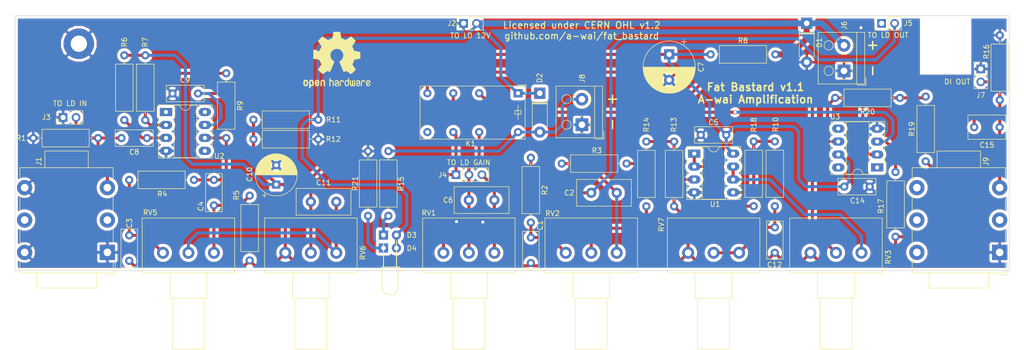
<source format=kicad_pcb>
(kicad_pcb (version 20171130) (host pcbnew 5.0.2+dfsg1-1)
  (layers (0 F.Cu signal) (31 B.Cu signal) (34 B.Paste user) (35 F.Paste user) (36 B.SilkS user) (37 F.SilkS user) (38 B.Mask user) (39 F.Mask user) (44 Edge.Cuts user))
  (net 0 "")
  (net 1 GNDS)
  (net 2 "Net-(C1-Pad2)")
  (net 3 "Net-(C2-Pad1)")
  (net 4 "Net-(C2-Pad2)")
  (net 5 "Net-(C3-Pad2)")
  (net 6 "Net-(C4-Pad2)")
  (net 7 "Net-(C4-Pad1)")
  (net 8 GND)
  (net 9 VCC)
  (net 10 /LD_SIG)
  (net 11 "Net-(C6-Pad2)")
  (net 12 "Net-(C8-Pad2)")
  (net 13 "Net-(C8-Pad1)")
  (net 14 "Net-(C12-Pad2)")
  (net 15 "Net-(C15-Pad1)")
  (net 16 "Net-(C15-Pad2)")
  (net 17 +12V)
  (net 18 "Net-(D2-Pad2)")
  (net 19 "Net-(D3-Pad1)")
  (net 20 /LD_GND)
  (net 21 "Net-(K1-Pad11)")
  (net 22 "Net-(R7-Pad1)")
  (net 23 "Net-(R13-Pad1)")
  (net 24 "Net-(R10-Pad1)")
  (net 25 "Net-(R14-Pad1)")
  (net 26 "Net-(D4-Pad1)")
  (net 27 "Net-(R19-Pad2)")
  (net 28 "Net-(RV3-Pad3)")
  (net 29 "Net-(R18-Pad1)")
  (net 30 "Net-(C11-Pad1)")
  (net 31 "Net-(C11-Pad2)")
  (net 32 "Net-(K1-Pad14)")
  (module Symbol:OSHW-Logo2_14.6x12mm_SilkScreen (layer F.Cu) (at 113.1062 68.707)
    (fp_text reference REF** hide)
    (fp_text value OSHW-Logo2_14.6x12mm_SilkScreen hide)
  )
  (module Diode_THT:D_DO-41_SOD81_P7.62mm_Horizontal (layer F.Cu) (at 152.908 75.2094 270)
    (fp_text reference D2 (at -2.9972 0.0254 270) (layer F.SilkS))
    (fp_text value 1N4007)
    (pad 2 thru_hole oval (at 7.62 0 270) (size 2.2 2.2) (drill 1.1) (layers *.Cu *.Mask) (net 18 "Net-(D2-Pad2)"))
    (pad 1 thru_hole rect (at 0 0 270) (size 2.2 2.2) (drill 1.1) (layers *.Cu *.Mask) (net 17 +12V))
  )
  (module Diode_THT:D_DO-41_SOD81_P7.62mm_Horizontal (layer F.Cu) (at 205.2574 61.4934 270)
    (fp_text reference D1 (at 3.81 -2.47 270) (layer F.SilkS))
    (fp_text value 1N4007)
    (pad 1 thru_hole rect (at 0 0 270) (size 2.2 2.2) (drill 1.1) (layers *.Cu *.Mask) (net 17 +12V))
    (pad 2 thru_hole oval (at 7.62 0 270) (size 2.2 2.2) (drill 1.1) (layers *.Cu *.Mask) (net 8 GND))
  )
  (module MountingHole:MountingHole_3.2mm_M3 (layer F.Cu) (at 232.5 65.5)
    (fp_text reference DRILL)
    (fp_text value MountingHole_3.2mm_M3)
    (pad "" np_thru_hole circle (at 0 0) (size 3.2 3.2) (drill 3.2) (layers *.Cu *.Mask) (clearance 2))
  )
  (module MountingHole:MountingHole_3.2mm_M3 (layer F.Cu) (at 62.5 65.5)
    (fp_text reference DRILL)
    (fp_text value MountingHole_3.2mm_M3)
    (pad "" thru_hole circle (at 0 0) (size 6 6) (drill 3.2) (layers *.Cu *.Mask) (net 8 GND) (clearance 2))
  )
  (module LED_THT:LED_D3.0mm_Horizontal_O3.81mm_Z2.0mm (layer F.Cu) (at 122.2502 105.5624)
    (fp_text reference D4 (at 5.5372 0.0508) (layer F.SilkS))
    (fp_text value PWR)
    (pad 2 thru_hole circle (at 2.54 0) (size 1.8 1.8) (drill 0.9) (layers *.Cu *.Mask) (net 17 +12V))
    (pad 1 thru_hole rect (at 0 0) (size 1.8 1.8) (drill 0.9) (layers *.Cu *.Mask) (net 26 "Net-(D4-Pad1)"))
  )
  (module Capacitor_THT:C_Rect_L7.2mm_W4.5mm_P5.00mm_FKS2_FKP2_MKS2_MKP2 (layer F.Cu) (at 243.1034 81.8642 180)
    (fp_text reference C15 (at 2.5 -3.5 180) (layer F.SilkS))
    (fp_text value 1µ)
    (pad 2 thru_hole circle (at 5 0 180) (size 1.6 1.6) (drill 0.8) (layers *.Cu *.Mask) (net 16 "Net-(C15-Pad2)"))
    (pad 1 thru_hole circle (at 0 0 180) (size 1.6 1.6) (drill 0.8) (layers *.Cu *.Mask) (net 15 "Net-(C15-Pad1)"))
  )
  (module Connector_PinHeader_2.54mm:PinHeader_1x02_P2.54mm_Vertical (layer F.Cu) (at 219.96 61.5 90)
    (fp_text reference J5 (at 0.032 5.211 -180) (layer F.SilkS))
    (fp_text value "TO LD OUT" (at -2.3048 1.274 -180) (layer F.SilkS))
    (pad 1 thru_hole rect (at 0 0 90) (size 1.7 1.7) (drill 1) (layers *.Cu *.Mask))
    (pad 2 thru_hole oval (at 0 2.54 90) (size 1.7 1.7) (drill 1) (layers *.Cu *.Mask) (net 3 "Net-(C2-Pad1)"))
  )
  (module Capacitor_THT:C_Rect_L7.2mm_W3.0mm_P5.00mm_FKS2_FKP2_MKS2_MKP2 (layer F.Cu) (at 151.1554 108.5088 90)
    (fp_text reference C1 (at 7.3914 1.8288 90) (layer F.SilkS))
    (fp_text value 1.5n)
    (pad 1 thru_hole circle (at 0 0 90) (size 1.6 1.6) (drill 0.8) (layers *.Cu *.Mask) (net 1 GNDS))
    (pad 2 thru_hole circle (at 5 0 90) (size 1.6 1.6) (drill 0.8) (layers *.Cu *.Mask) (net 2 "Net-(C1-Pad2)"))
  )
  (module Capacitor_THT:C_Rect_L7.2mm_W3.0mm_P5.00mm_FKS2_FKP2_MKS2_MKP2 (layer F.Cu) (at 72.39 108.077 90)
    (fp_text reference C3 (at 7.366 0.0254 90) (layer F.SilkS))
    (fp_text value 100n)
    (pad 1 thru_hole circle (at 0 0 90) (size 1.6 1.6) (drill 0.8) (layers *.Cu *.Mask) (net 1 GNDS))
    (pad 2 thru_hole circle (at 5 0 90) (size 1.6 1.6) (drill 0.8) (layers *.Cu *.Mask) (net 5 "Net-(C3-Pad2)"))
  )
  (module Capacitor_THT:C_Rect_L7.2mm_W3.0mm_P5.00mm_FKS2_FKP2_MKS2_MKP2 (layer F.Cu) (at 89.0016 92.202 270)
    (fp_text reference C4 (at 5.1816 2.5654 270) (layer F.SilkS))
    (fp_text value 22n)
    (pad 2 thru_hole circle (at 5 0 270) (size 1.6 1.6) (drill 0.8) (layers *.Cu *.Mask) (net 6 "Net-(C4-Pad2)"))
    (pad 1 thru_hole circle (at 0 0 270) (size 1.6 1.6) (drill 0.8) (layers *.Cu *.Mask) (net 7 "Net-(C4-Pad1)"))
  )
  (module Capacitor_THT:C_Rect_L7.2mm_W3.0mm_P5.00mm_FKS2_FKP2_MKS2_MKP2 (layer F.Cu) (at 189.484 83.3882 180)
    (fp_text reference C5 (at 2.5146 2.4638 180) (layer F.SilkS))
    (fp_text value 100n)
    (pad 2 thru_hole circle (at 5 0 180) (size 1.6 1.6) (drill 0.8) (layers *.Cu *.Mask) (net 8 GND))
    (pad 1 thru_hole circle (at 0 0 180) (size 1.6 1.6) (drill 0.8) (layers *.Cu *.Mask) (net 9 VCC))
  )
  (module Capacitor_THT:CP_Radial_D10.0mm_P5.00mm (layer F.Cu) (at 178.2826 67.5894 270)
    (fp_text reference C7 (at 2.5 -6.25 270) (layer F.SilkS))
    (fp_text value 1000µ)
    (pad 1 thru_hole rect (at 0 0 270) (size 2 2) (drill 1) (layers *.Cu *.Mask) (net 9 VCC))
    (pad 2 thru_hole circle (at 5 0 270) (size 2 2) (drill 1) (layers *.Cu *.Mask) (net 8 GND))
  )
  (module Capacitor_THT:C_Rect_L7.2mm_W3.0mm_P5.00mm_FKS2_FKP2_MKS2_MKP2 (layer F.Cu) (at 75.866 83.9978 180)
    (fp_text reference C8 (at 2.5 -2.75 180) (layer F.SilkS))
    (fp_text value 100n)
    (pad 2 thru_hole circle (at 5 0 180) (size 1.6 1.6) (drill 0.8) (layers *.Cu *.Mask) (net 12 "Net-(C8-Pad2)"))
    (pad 1 thru_hole circle (at 0 0 180) (size 1.6 1.6) (drill 0.8) (layers *.Cu *.Mask) (net 13 "Net-(C8-Pad1)"))
  )
  (module Capacitor_THT:C_Rect_L7.2mm_W3.0mm_P5.00mm_FKS2_FKP2_MKS2_MKP2 (layer F.Cu) (at 85.8774 75.2602 180)
    (fp_text reference C9 (at 2.5654 2.667 180) (layer F.SilkS))
    (fp_text value 100n)
    (pad 1 thru_hole circle (at 0 0 180) (size 1.6 1.6) (drill 0.8) (layers *.Cu *.Mask) (net 9 VCC))
    (pad 2 thru_hole circle (at 5 0 180) (size 1.6 1.6) (drill 0.8) (layers *.Cu *.Mask) (net 8 GND))
  )
  (module Capacitor_THT:CP_Radial_D8.0mm_P3.80mm (layer F.Cu) (at 101.219 93.1164 90)
    (fp_text reference C10 (at 2.0066 -5.2324 90) (layer F.SilkS))
    (fp_text value 100µ)
    (pad 1 thru_hole rect (at 0 0 90) (size 1.6 1.6) (drill 0.8) (layers *.Cu *.Mask) (net 1 GNDS))
    (pad 2 thru_hole circle (at 3.8 0 90) (size 1.6 1.6) (drill 0.8) (layers *.Cu *.Mask) (net 8 GND))
  )
  (module Capacitor_THT:C_Rect_L7.2mm_W3.0mm_P5.00mm_FKS2_FKP2_MKS2_MKP2 (layer F.Cu) (at 199.009 106.5022 90)
    (fp_text reference C12 (at -2.3622 -0.0508 180) (layer F.SilkS))
    (fp_text value 15n)
    (pad 1 thru_hole circle (at 0 0 90) (size 1.6 1.6) (drill 0.8) (layers *.Cu *.Mask) (net 1 GNDS))
    (pad 2 thru_hole circle (at 5 0 90) (size 1.6 1.6) (drill 0.8) (layers *.Cu *.Mask) (net 14 "Net-(C12-Pad2)"))
  )
  (module Capacitor_THT:C_Rect_L7.2mm_W3.0mm_P5.00mm_FKS2_FKP2_MKS2_MKP2 (layer F.Cu) (at 212.6234 93.5228)
    (fp_text reference C14 (at 2.5908 2.7432) (layer F.SilkS))
    (fp_text value 100n)
    (pad 2 thru_hole circle (at 5 0) (size 1.6 1.6) (drill 0.8) (layers *.Cu *.Mask) (net 8 GND))
    (pad 1 thru_hole circle (at 0 0) (size 1.6 1.6) (drill 0.8) (layers *.Cu *.Mask) (net 9 VCC))
  )
  (module Connector_Audio:Jack_3.5mm_Neutrik_NMJ6HCD2_Horizontal (layer F.Cu) (at 68.1 93.726 270)
    (fp_text reference J1 (at -5.1562 13.4646 270) (layer F.SilkS))
    (fp_text value INPUT)
    (pad S thru_hole rect (at 12.7 0 270) (size 3 3) (drill 1.5) (layers *.Cu *.Mask) (net 8 GND))
    (pad T thru_hole circle (at 0 0 270) (size 3 3) (drill 1.5) (layers *.Cu *.Mask) (net 12 "Net-(C8-Pad2)"))
    (pad R thru_hole circle (at 6.35 0 270) (size 3 3) (drill 1.5) (layers *.Cu *.Mask))
    (pad SN thru_hole circle (at 12.7 16.23 270) (size 3 3) (drill 1.5) (layers *.Cu *.Mask) (net 8 GND))
    (pad TN thru_hole circle (at 0 16.23 270) (size 3 3) (drill 1.5) (layers *.Cu *.Mask) (net 8 GND))
    (pad RN thru_hole circle (at 6.35 16.23 270) (size 3 3) (drill 1.5) (layers *.Cu *.Mask))
  )
  (module Connector_PinHeader_2.54mm:PinHeader_1x02_P2.54mm_Vertical (layer F.Cu) (at 137.96 61.5 90)
    (fp_text reference J2 (at 0 -2.33 -180) (layer F.SilkS))
    (fp_text value "TO LD 12V" (at -2.4064 1.3336 -180) (layer F.SilkS))
    (pad 1 thru_hole rect (at 0 0 90) (size 1.7 1.7) (drill 1) (layers *.Cu *.Mask) (net 8 GND))
    (pad 2 thru_hole oval (at 0 2.54 90) (size 1.7 1.7) (drill 1) (layers *.Cu *.Mask) (net 17 +12V))
  )
  (module Connector_PinHeader_2.54mm:PinHeader_1x02_P2.54mm_Vertical (layer F.Cu) (at 59.4106 79.9592 90)
    (fp_text reference J3 (at 0.0254 -3.2766 180) (layer F.SilkS))
    (fp_text value "TO LD IN" (at 2.7432 1.3716 180) (layer F.SilkS))
    (pad 2 thru_hole oval (at 0 2.54 90) (size 1.7 1.7) (drill 1) (layers *.Cu *.Mask) (net 12 "Net-(C8-Pad2)"))
    (pad 1 thru_hole rect (at 0 0 90) (size 1.7 1.7) (drill 1) (layers *.Cu *.Mask) (net 8 GND))
  )
  (module Connector_PinHeader_2.54mm:PinHeader_1x03_P2.54mm_Vertical (layer F.Cu) (at 136.4742 91.186 90)
    (fp_text reference J4 (at -0.0508 -2.6162 180) (layer F.SilkS))
    (fp_text value "TO LD GAIN" (at 2.3876 2.4892 180) (layer F.SilkS))
    (pad 1 thru_hole rect (at 0 0 90) (size 1.7 1.7) (drill 1) (layers *.Cu *.Mask) (net 20 /LD_GND))
    (pad 2 thru_hole oval (at 0 2.54 90) (size 1.7 1.7) (drill 1) (layers *.Cu *.Mask) (net 10 /LD_SIG))
    (pad 3 thru_hole oval (at 0 5.08 90) (size 1.7 1.7) (drill 1) (layers *.Cu *.Mask) (net 11 "Net-(C6-Pad2)"))
  )
  (module TerminalBlock_RND:TerminalBlock_RND_205-00001_1x02_P5.00mm_Horizontal (layer F.Cu) (at 212.5726 70.8152 90)
    (fp_text reference J6 (at 8.9154 0.0254 90) (layer F.SilkS))
    (fp_text value "12V IN")
    (pad 1 thru_hole rect (at 0 0 90) (size 2.5 2.5) (drill 1.3) (layers *.Cu *.Mask) (net 8 GND))
    (pad 2 thru_hole circle (at 5 0 90) (size 2.5 2.5) (drill 1.3) (layers *.Cu *.Mask) (net 17 +12V))
  )
  (module TerminalBlock_RND:TerminalBlock_RND_205-00001_1x02_P5.00mm_Horizontal (layer F.Cu) (at 161.163 81.3816 90)
    (fp_text reference J8 (at 9.0678 0.0508 90) (layer F.SilkS))
    (fp_text value FOOTSW)
    (pad 2 thru_hole circle (at 5 0 90) (size 2.5 2.5) (drill 1.3) (layers *.Cu *.Mask) (net 18 "Net-(D2-Pad2)"))
    (pad 1 thru_hole rect (at 0 0 90) (size 2.5 2.5) (drill 1.3) (layers *.Cu *.Mask) (net 8 GND))
  )
  (module Connector_Audio:Jack_3.5mm_Neutrik_NMJ6HCD2_Horizontal (layer F.Cu) (at 243.1 93.726 270)
    (fp_text reference J9 (at -5.1308 2.6636 270) (layer F.SilkS))
    (fp_text value OUTPUT)
    (pad RN thru_hole circle (at 6.35 16.23 270) (size 3 3) (drill 1.5) (layers *.Cu *.Mask))
    (pad TN thru_hole circle (at 0 16.23 270) (size 3 3) (drill 1.5) (layers *.Cu *.Mask))
    (pad SN thru_hole circle (at 12.7 16.23 270) (size 3 3) (drill 1.5) (layers *.Cu *.Mask))
    (pad R thru_hole circle (at 6.35 0 270) (size 3 3) (drill 1.5) (layers *.Cu *.Mask))
    (pad T thru_hole circle (at 0 0 270) (size 3 3) (drill 1.5) (layers *.Cu *.Mask) (net 15 "Net-(C15-Pad1)"))
    (pad S thru_hole rect (at 12.7 0 270) (size 3 3) (drill 1.5) (layers *.Cu *.Mask) (net 8 GND))
  )
  (module Relay_THT:Relay_DPDT_Finder_30.22 (layer F.Cu) (at 148.6408 75.2094 180)
    (fp_text reference K1 (at 9.3 -9.9 180) (layer F.SilkS))
    (fp_text value FINDER-30.22)
    (pad 21 thru_hole circle (at 7.62 -7.62 270) (size 1.6 1.6) (drill 0.8) (layers *.Cu *.Mask) (net 10 /LD_SIG))
    (pad 22 thru_hole circle (at 12.7 -7.62 270) (size 1.6 1.6) (drill 0.8) (layers *.Cu *.Mask) (net 20 /LD_GND))
    (pad 24 thru_hole circle (at 17.78 -7.62) (size 1.6 1.6) (drill 0.8) (layers *.Cu *.Mask))
    (pad A1 thru_hole rect (at 0 0 270) (size 1.6 1.8) (drill 0.8) (layers *.Cu *.Mask) (net 17 +12V))
    (pad A2 thru_hole circle (at 0 -7.62 270) (size 1.6 1.6) (drill 0.8) (layers *.Cu *.Mask) (net 18 "Net-(D2-Pad2)"))
    (pad 11 thru_hole circle (at 7.62 0 270) (size 1.6 1.6) (drill 0.8) (layers *.Cu *.Mask) (net 21 "Net-(K1-Pad11)"))
    (pad 14 thru_hole circle (at 17.78 0 270) (size 1.6 1.6) (drill 0.8) (layers *.Cu *.Mask) (net 32 "Net-(K1-Pad14)"))
    (pad 12 thru_hole circle (at 12.7 0 270) (size 1.6 1.6) (drill 0.8) (layers *.Cu *.Mask) (net 30 "Net-(C11-Pad1)"))
  )
  (module Resistor_THT:R_Axial_DIN0309_L9.0mm_D3.2mm_P12.70mm_Horizontal (layer F.Cu) (at 66.2686 83.9978 180)
    (fp_text reference R1 (at 15.113 0 180) (layer F.SilkS))
    (fp_text value 2.2M)
    (pad 1 thru_hole circle (at 0 0 180) (size 1.6 1.6) (drill 0.8) (layers *.Cu *.Mask) (net 12 "Net-(C8-Pad2)"))
    (pad 2 thru_hole oval (at 12.7 0 180) (size 1.6 1.6) (drill 0.8) (layers *.Cu *.Mask) (net 8 GND))
  )
  (module Resistor_THT:R_Axial_DIN0309_L9.0mm_D3.2mm_P12.70mm_Horizontal (layer F.Cu) (at 151.1554 87.8586 270)
    (fp_text reference R2 (at 6.35 -2.72 270) (layer F.SilkS))
    (fp_text value 510k)
    (pad 1 thru_hole circle (at 0 0 270) (size 1.6 1.6) (drill 0.8) (layers *.Cu *.Mask) (net 3 "Net-(C2-Pad1)"))
    (pad 2 thru_hole oval (at 12.7 0 270) (size 1.6 1.6) (drill 0.8) (layers *.Cu *.Mask) (net 2 "Net-(C1-Pad2)"))
  )
  (module Resistor_THT:R_Axial_DIN0309_L9.0mm_D3.2mm_P12.70mm_Horizontal (layer F.Cu) (at 157.226 89.0016)
    (fp_text reference R3 (at 6.8834 -2.5654) (layer F.SilkS))
    (fp_text value 1M)
    (pad 2 thru_hole oval (at 12.7 0) (size 1.6 1.6) (drill 0.8) (layers *.Cu *.Mask) (net 1 GNDS))
    (pad 1 thru_hole circle (at 0 0) (size 1.6 1.6) (drill 0.8) (layers *.Cu *.Mask) (net 4 "Net-(C2-Pad2)"))
  )
  (module Resistor_THT:R_Axial_DIN0309_L9.0mm_D3.2mm_P12.70mm_Horizontal (layer F.Cu) (at 85.09 92.202 180)
    (fp_text reference R4 (at 6.223 -2.7686 180) (layer F.SilkS))
    (fp_text value 6.8k)
    (pad 2 thru_hole oval (at 12.7 0 180) (size 1.6 1.6) (drill 0.8) (layers *.Cu *.Mask) (net 5 "Net-(C3-Pad2)"))
    (pad 1 thru_hole circle (at 0 0 180) (size 1.6 1.6) (drill 0.8) (layers *.Cu *.Mask) (net 7 "Net-(C4-Pad1)"))
  )
  (module Resistor_THT:R_Axial_DIN0309_L9.0mm_D3.2mm_P12.70mm_Horizontal (layer F.Cu) (at 96.012 95.3008 270)
    (fp_text reference R5 (at -0.1016 2.6162 270) (layer F.SilkS))
    (fp_text value 10k)
    (pad 1 thru_hole circle (at 0 0 270) (size 1.6 1.6) (drill 0.8) (layers *.Cu *.Mask) (net 6 "Net-(C4-Pad2)"))
    (pad 2 thru_hole oval (at 12.7 0 270) (size 1.6 1.6) (drill 0.8) (layers *.Cu *.Mask) (net 1 GNDS))
  )
  (module Resistor_THT:R_Axial_DIN0309_L9.0mm_D3.2mm_P12.70mm_Horizontal (layer F.Cu) (at 71.4248 80.4672 90)
    (fp_text reference R6 (at 15.2654 0 90) (layer F.SilkS))
    (fp_text value 2.2M)
    (pad 2 thru_hole oval (at 12.7 0 90) (size 1.6 1.6) (drill 0.8) (layers *.Cu *.Mask) (net 1 GNDS))
    (pad 1 thru_hole circle (at 0 0 90) (size 1.6 1.6) (drill 0.8) (layers *.Cu *.Mask) (net 13 "Net-(C8-Pad1)"))
  )
  (module Resistor_THT:R_Axial_DIN0309_L9.0mm_D3.2mm_P12.70mm_Horizontal (layer F.Cu) (at 75.5396 80.4672 90)
    (fp_text reference R7 (at 15.2654 -0.0254 90) (layer F.SilkS))
    (fp_text value 1k)
    (pad 2 thru_hole oval (at 12.7 0 90) (size 1.6 1.6) (drill 0.8) (layers *.Cu *.Mask) (net 1 GNDS))
    (pad 1 thru_hole circle (at 0 0 90) (size 1.6 1.6) (drill 0.8) (layers *.Cu *.Mask) (net 22 "Net-(R7-Pad1)"))
  )
  (module Resistor_THT:R_Axial_DIN0309_L9.0mm_D3.2mm_P12.70mm_Horizontal (layer F.Cu) (at 186.4106 67.5894)
    (fp_text reference R8 (at 6.35 -2.72) (layer F.SilkS))
    (fp_text value 10R)
    (pad 2 thru_hole oval (at 12.7 0) (size 1.6 1.6) (drill 0.8) (layers *.Cu *.Mask) (net 17 +12V))
    (pad 1 thru_hole circle (at 0 0) (size 1.6 1.6) (drill 0.8) (layers *.Cu *.Mask) (net 9 VCC))
  )
  (module Resistor_THT:R_Axial_DIN0309_L9.0mm_D3.2mm_P12.70mm_Horizontal (layer F.Cu) (at 91.4146 71.2978 270)
    (fp_text reference R9 (at 6.35 -2.72 270) (layer F.SilkS))
    (fp_text value 2.2k)
    (pad 1 thru_hole circle (at 0 0 270) (size 1.6 1.6) (drill 0.8) (layers *.Cu *.Mask) (net 22 "Net-(R7-Pad1)"))
    (pad 2 thru_hole oval (at 12.7 0 270) (size 1.6 1.6) (drill 0.8) (layers *.Cu *.Mask) (net 7 "Net-(C4-Pad1)"))
  )
  (module Resistor_THT:R_Axial_DIN0309_L9.0mm_D3.2mm_P12.70mm_Horizontal (layer F.Cu) (at 199.009 84.6582 270)
    (fp_text reference R10 (at -3.302 -0.1524 270) (layer F.SilkS))
    (fp_text value 33k)
    (pad 1 thru_hole circle (at 0 0 270) (size 1.6 1.6) (drill 0.8) (layers *.Cu *.Mask) (net 24 "Net-(R10-Pad1)"))
    (pad 2 thru_hole oval (at 12.7 0 270) (size 1.6 1.6) (drill 0.8) (layers *.Cu *.Mask) (net 14 "Net-(C12-Pad2)"))
  )
  (module Resistor_THT:R_Axial_DIN0309_L9.0mm_D3.2mm_P12.70mm_Horizontal (layer F.Cu) (at 109.4486 80.391 180)
    (fp_text reference R11 (at -2.9972 0 180) (layer F.SilkS))
    (fp_text value 10k)
    (pad 2 thru_hole oval (at 12.7 0 180) (size 1.6 1.6) (drill 0.8) (layers *.Cu *.Mask) (net 1 GNDS))
    (pad 1 thru_hole circle (at 0 0 180) (size 1.6 1.6) (drill 0.8) (layers *.Cu *.Mask) (net 17 +12V))
  )
  (module Resistor_THT:R_Axial_DIN0309_L9.0mm_D3.2mm_P12.70mm_Horizontal (layer F.Cu) (at 96.7486 84.2264)
    (fp_text reference R12 (at 15.6718 -0.0254) (layer F.SilkS))
    (fp_text value 10k)
    (pad 1 thru_hole circle (at 0 0) (size 1.6 1.6) (drill 0.8) (layers *.Cu *.Mask) (net 1 GNDS))
    (pad 2 thru_hole oval (at 12.7 0) (size 1.6 1.6) (drill 0.8) (layers *.Cu *.Mask) (net 8 GND))
  )
  (module Resistor_THT:R_Axial_DIN0309_L9.0mm_D3.2mm_P12.70mm_Horizontal (layer F.Cu) (at 179.2478 84.6836 270)
    (fp_text reference R13 (at -3.302 0.0508 270) (layer F.SilkS))
    (fp_text value 47k)
    (pad 2 thru_hole oval (at 12.7 0 270) (size 1.6 1.6) (drill 0.8) (layers *.Cu *.Mask) (net 1 GNDS))
    (pad 1 thru_hole circle (at 0 0 270) (size 1.6 1.6) (drill 0.8) (layers *.Cu *.Mask) (net 23 "Net-(R13-Pad1)"))
  )
  (module Resistor_THT:R_Axial_DIN0309_L9.0mm_D3.2mm_P12.70mm_Horizontal (layer F.Cu) (at 173.8122 97.3836 90)
    (fp_text reference R14 (at 16.002 0 90) (layer F.SilkS))
    (fp_text value 1M)
    (pad 1 thru_hole circle (at 0 0 90) (size 1.6 1.6) (drill 0.8) (layers *.Cu *.Mask) (net 25 "Net-(R14-Pad1)"))
    (pad 2 thru_hole oval (at 12.7 0 90) (size 1.6 1.6) (drill 0.8) (layers *.Cu *.Mask) (net 23 "Net-(R13-Pad1)"))
  )
  (module Resistor_THT:R_Axial_DIN0309_L9.0mm_D3.2mm_P12.70mm_Horizontal (layer F.Cu) (at 123.2154 99.2632 90)
    (fp_text reference R15 (at 6.2738 2.5146 90) (layer F.SilkS))
    (fp_text value 1.8k)
    (pad 1 thru_hole circle (at 0 0 90) (size 1.6 1.6) (drill 0.8) (layers *.Cu *.Mask) (net 19 "Net-(D3-Pad1)"))
    (pad 2 thru_hole oval (at 12.7 0 90) (size 1.6 1.6) (drill 0.8) (layers *.Cu *.Mask) (net 18 "Net-(D2-Pad2)"))
  )
  (module Resistor_THT:R_Axial_DIN0309_L9.0mm_D3.2mm_P12.70mm_Horizontal (layer F.Cu) (at 243.1288 76.5302 90)
    (fp_text reference R16 (at 9.4742 -2.6162 90) (layer F.SilkS))
    (fp_text value 100k)
    (pad 1 thru_hole circle (at 0 0 90) (size 1.6 1.6) (drill 0.8) (layers *.Cu *.Mask) (net 15 "Net-(C15-Pad1)"))
    (pad 2 thru_hole oval (at 12.7 0 90) (size 1.6 1.6) (drill 0.8) (layers *.Cu *.Mask) (net 8 GND))
  )
  (module Resistor_THT:R_Axial_DIN0309_L9.0mm_D3.2mm_P12.70mm_Horizontal (layer F.Cu) (at 222.6818 90.6526 270)
    (fp_text reference R17 (at 6.7056 2.8702 270) (layer F.SilkS))
    (fp_text value 1M)
    (pad 2 thru_hole oval (at 12.7 0 270) (size 1.6 1.6) (drill 0.8) (layers *.Cu *.Mask) (net 1 GNDS))
    (pad 1 thru_hole circle (at 0 0 270) (size 1.6 1.6) (drill 0.8) (layers *.Cu *.Mask) (net 21 "Net-(K1-Pad11)"))
  )
  (module Potentiometer_THT:Potentiometer_Alps_RK163_Single_Horizontal (layer F.Cu) (at 134 106.5 270)
    (fp_text reference RV1 (at -7.821 2.8598) (layer F.SilkS))
    (fp_text value 500k-A)
    (pad 1 thru_hole circle (at 0 0 270) (size 2.34 2.34) (drill 1.3) (layers *.Cu *.Mask) (net 20 /LD_GND))
    (pad 2 thru_hole circle (at 0 -5 270) (size 2.34 2.34) (drill 1.3) (layers *.Cu *.Mask) (net 10 /LD_SIG))
    (pad 3 thru_hole circle (at 0 -10 270) (size 2.34 2.34) (drill 1.3) (layers *.Cu *.Mask) (net 11 "Net-(C6-Pad2)"))
  )
  (module Potentiometer_THT:Potentiometer_Alps_RK163_Single_Horizontal (layer F.Cu) (at 158 106.5 270)
    (fp_text reference RV2 (at -7.7194 2.6028) (layer F.SilkS))
    (fp_text value 1M-B)
    (pad 3 thru_hole circle (at 0 -10 270) (size 2.34 2.34) (drill 1.3) (layers *.Cu *.Mask) (net 4 "Net-(C2-Pad2)"))
    (pad 2 thru_hole circle (at 0 -5 270) (size 2.34 2.34) (drill 1.3) (layers *.Cu *.Mask) (net 25 "Net-(R14-Pad1)"))
    (pad 1 thru_hole circle (at 0 0 270) (size 2.34 2.34) (drill 1.3) (layers *.Cu *.Mask) (net 2 "Net-(C1-Pad2)"))
  )
  (module Potentiometer_THT:Potentiometer_Alps_RK163_Single_Horizontal (layer F.Cu) (at 206 106.5 270)
    (fp_text reference RV3 (at 0.8658 -15.2594 270) (layer F.SilkS))
    (fp_text value 100k-A)
    (pad 1 thru_hole circle (at 0 0 270) (size 2.34 2.34) (drill 1.3) (layers *.Cu *.Mask) (net 1 GNDS))
    (pad 2 thru_hole circle (at 0 -5 270) (size 2.34 2.34) (drill 1.3) (layers *.Cu *.Mask) (net 32 "Net-(K1-Pad14)"))
    (pad 3 thru_hole circle (at 0 -10 270) (size 2.34 2.34) (drill 1.3) (layers *.Cu *.Mask) (net 28 "Net-(RV3-Pad3)"))
  )
  (module Potentiometer_THT:Potentiometer_Alps_RK163_Single_Horizontal (layer F.Cu) (at 79 106.5 270)
    (fp_text reference RV5 (at -7.8972 2.4952) (layer F.SilkS))
    (fp_text value 10k-B)
    (pad 1 thru_hole circle (at 0 0 270) (size 2.34 2.34) (drill 1.3) (layers *.Cu *.Mask) (net 5 "Net-(C3-Pad2)"))
    (pad 2 thru_hole circle (at 0 -5 270) (size 2.34 2.34) (drill 1.3) (layers *.Cu *.Mask) (net 31 "Net-(C11-Pad2)"))
    (pad 3 thru_hole circle (at 0 -10 270) (size 2.34 2.34) (drill 1.3) (layers *.Cu *.Mask) (net 6 "Net-(C4-Pad2)"))
  )
  (module Potentiometer_THT:Potentiometer_Alps_RK163_Single_Horizontal (layer F.Cu) (at 103 106.5 270)
    (fp_text reference RV6 (at 0 -15.2 270) (layer F.SilkS))
    (fp_text value 100k-A)
    (pad 3 thru_hole circle (at 0 -10 270) (size 2.34 2.34) (drill 1.3) (layers *.Cu *.Mask) (net 31 "Net-(C11-Pad2)"))
    (pad 2 thru_hole circle (at 0 -5 270) (size 2.34 2.34) (drill 1.3) (layers *.Cu *.Mask) (net 30 "Net-(C11-Pad1)"))
    (pad 1 thru_hole circle (at 0 0 270) (size 2.34 2.34) (drill 1.3) (layers *.Cu *.Mask) (net 1 GNDS))
  )
  (module Potentiometer_THT:Potentiometer_Alps_RK163_Single_Horizontal (layer F.Cu) (at 182 106.5 270)
    (fp_text reference RV7 (at -5.5096 5.2414 90) (layer F.SilkS))
    (fp_text value 1M-A)
    (pad 3 thru_hole circle (at 0 -10 270) (size 2.34 2.34) (drill 1.3) (layers *.Cu *.Mask) (net 14 "Net-(C12-Pad2)"))
    (pad 2 thru_hole circle (at 0 -5 270) (size 2.34 2.34) (drill 1.3) (layers *.Cu *.Mask) (net 14 "Net-(C12-Pad2)"))
    (pad 1 thru_hole circle (at 0 0 270) (size 2.34 2.34) (drill 1.3) (layers *.Cu *.Mask) (net 1 GNDS))
  )
  (module Package_DIP:DIP-8_W7.62mm_Socket_LongPads (layer F.Cu) (at 183.2102 87.0458)
    (fp_text reference U1 (at 4.0894 9.906) (layer F.SilkS))
    (fp_text value OPA2134)
    (pad 1 thru_hole rect (at 0 0) (size 2.4 1.6) (drill 0.8) (layers *.Cu *.Mask) (net 29 "Net-(R18-Pad1)"))
    (pad 5 thru_hole oval (at 7.62 7.62) (size 2.4 1.6) (drill 0.8) (layers *.Cu *.Mask) (net 24 "Net-(R10-Pad1)"))
    (pad 2 thru_hole oval (at 0 2.54) (size 2.4 1.6) (drill 0.8) (layers *.Cu *.Mask) (net 29 "Net-(R18-Pad1)"))
    (pad 6 thru_hole oval (at 7.62 5.08) (size 2.4 1.6) (drill 0.8) (layers *.Cu *.Mask) (net 28 "Net-(RV3-Pad3)"))
    (pad 3 thru_hole oval (at 0 5.08) (size 2.4 1.6) (drill 0.8) (layers *.Cu *.Mask) (net 23 "Net-(R13-Pad1)"))
    (pad 7 thru_hole oval (at 7.62 2.54) (size 2.4 1.6) (drill 0.8) (layers *.Cu *.Mask) (net 28 "Net-(RV3-Pad3)"))
    (pad 4 thru_hole oval (at 0 7.62) (size 2.4 1.6) (drill 0.8) (layers *.Cu *.Mask) (net 8 GND))
    (pad 8 thru_hole oval (at 7.62 0) (size 2.4 1.6) (drill 0.8) (layers *.Cu *.Mask) (net 9 VCC))
  )
  (module Package_DIP:DIP-8_W7.62mm_Socket_LongPads (layer F.Cu) (at 79.6036 78.8924)
    (fp_text reference U2 (at 10.4394 8.636) (layer F.SilkS))
    (fp_text value OPA134)
    (pad 1 thru_hole rect (at 0 0) (size 2.4 1.6) (drill 0.8) (layers *.Cu *.Mask))
    (pad 5 thru_hole oval (at 7.62 7.62) (size 2.4 1.6) (drill 0.8) (layers *.Cu *.Mask))
    (pad 2 thru_hole oval (at 0 2.54) (size 2.4 1.6) (drill 0.8) (layers *.Cu *.Mask) (net 22 "Net-(R7-Pad1)"))
    (pad 6 thru_hole oval (at 7.62 5.08) (size 2.4 1.6) (drill 0.8) (layers *.Cu *.Mask) (net 7 "Net-(C4-Pad1)"))
    (pad 3 thru_hole oval (at 0 5.08) (size 2.4 1.6) (drill 0.8) (layers *.Cu *.Mask) (net 13 "Net-(C8-Pad1)"))
    (pad 7 thru_hole oval (at 7.62 2.54) (size 2.4 1.6) (drill 0.8) (layers *.Cu *.Mask) (net 9 VCC))
    (pad 4 thru_hole oval (at 0 7.62) (size 2.4 1.6) (drill 0.8) (layers *.Cu *.Mask) (net 8 GND))
    (pad 8 thru_hole oval (at 7.62 0) (size 2.4 1.6) (drill 0.8) (layers *.Cu *.Mask))
  )
  (module Package_DIP:DIP-8_W7.62mm_Socket_LongPads (layer F.Cu) (at 219.075 89.7636 180)
    (fp_text reference U3 (at 8.255 9.9568 180) (layer F.SilkS))
    (fp_text value OPA134)
    (pad 8 thru_hole oval (at 7.62 0 180) (size 2.4 1.6) (drill 0.8) (layers *.Cu *.Mask))
    (pad 4 thru_hole oval (at 0 7.62 180) (size 2.4 1.6) (drill 0.8) (layers *.Cu *.Mask) (net 8 GND))
    (pad 7 thru_hole oval (at 7.62 2.54 180) (size 2.4 1.6) (drill 0.8) (layers *.Cu *.Mask) (net 9 VCC))
    (pad 3 thru_hole oval (at 0 5.08 180) (size 2.4 1.6) (drill 0.8) (layers *.Cu *.Mask) (net 21 "Net-(K1-Pad11)"))
    (pad 6 thru_hole oval (at 7.62 5.08 180) (size 2.4 1.6) (drill 0.8) (layers *.Cu *.Mask) (net 16 "Net-(C15-Pad2)"))
    (pad 2 thru_hole oval (at 0 2.54 180) (size 2.4 1.6) (drill 0.8) (layers *.Cu *.Mask) (net 27 "Net-(R19-Pad2)"))
    (pad 5 thru_hole oval (at 7.62 7.62 180) (size 2.4 1.6) (drill 0.8) (layers *.Cu *.Mask))
    (pad 1 thru_hole rect (at 0 0 180) (size 2.4 1.6) (drill 0.8) (layers *.Cu *.Mask))
  )
  (module Resistor_THT:R_Axial_DIN0309_L9.0mm_D3.2mm_P12.70mm_Horizontal (layer F.Cu) (at 194.8688 97.3582 90)
    (fp_text reference R18 (at 15.9512 0 90) (layer F.SilkS))
    (fp_text value 330k)
    (pad 1 thru_hole circle (at 0 0 90) (size 1.6 1.6) (drill 0.8) (layers *.Cu *.Mask) (net 29 "Net-(R18-Pad1)"))
    (pad 2 thru_hole oval (at 12.7 0 90) (size 1.6 1.6) (drill 0.8) (layers *.Cu *.Mask) (net 24 "Net-(R10-Pad1)"))
  )
  (module Resistor_THT:R_Axial_DIN0309_L9.0mm_D3.2mm_P12.70mm_Horizontal (layer F.Cu) (at 228.6 88.5698 90)
    (fp_text reference R19 (at 6.35 -2.72 90) (layer F.SilkS))
    (fp_text value 1k)
    (pad 1 thru_hole circle (at 0 0 90) (size 1.6 1.6) (drill 0.8) (layers *.Cu *.Mask) (net 1 GNDS))
    (pad 2 thru_hole oval (at 12.7 0 90) (size 1.6 1.6) (drill 0.8) (layers *.Cu *.Mask) (net 27 "Net-(R19-Pad2)"))
  )
  (module Resistor_THT:R_Axial_DIN0309_L9.0mm_D3.2mm_P12.70mm_Horizontal (layer F.Cu) (at 223.5454 76.1238 180)
    (fp_text reference R20 (at 6.35 -2.72 180) (layer F.SilkS))
    (fp_text value 3.3k)
    (pad 2 thru_hole oval (at 12.7 0 180) (size 1.6 1.6) (drill 0.8) (layers *.Cu *.Mask) (net 16 "Net-(C15-Pad2)"))
    (pad 1 thru_hole circle (at 0 0 180) (size 1.6 1.6) (drill 0.8) (layers *.Cu *.Mask) (net 27 "Net-(R19-Pad2)"))
  )
  (module LED_THT:LED_D3.0mm_Horizontal_O6.35mm_Z10.0mm (layer F.Cu) (at 122.25 103.0224)
    (fp_text reference D3 (at 5.5374 0) (layer F.SilkS))
    (fp_text value LEAD)
    (pad 1 thru_hole rect (at 0 0) (size 1.8 1.8) (drill 0.9) (layers *.Cu *.Mask) (net 19 "Net-(D3-Pad1)"))
    (pad 2 thru_hole circle (at 2.54 0) (size 1.8 1.8) (drill 0.9) (layers *.Cu *.Mask) (net 17 +12V))
  )
  (module Resistor_THT:R_Axial_DIN0309_L9.0mm_D3.2mm_P12.70mm_Horizontal (layer F.Cu) (at 119.2276 99.2632 90)
    (fp_text reference R21 (at 6.35 -2.5146 90) (layer F.SilkS))
    (fp_text value 1.8k)
    (pad 1 thru_hole circle (at 0 0 90) (size 1.6 1.6) (drill 0.8) (layers *.Cu *.Mask) (net 26 "Net-(D4-Pad1)"))
    (pad 2 thru_hole oval (at 12.7 0 90) (size 1.6 1.6) (drill 0.8) (layers *.Cu *.Mask) (net 8 GND))
  )
  (module Capacitor_THT:C_Disc_D10.5mm_W5.0mm_P5.00mm (layer F.Cu) (at 162.9972 94.742)
    (fp_text reference C2 (at -4.298 0) (layer F.SilkS))
    (fp_text value 300p)
    (pad 2 thru_hole circle (at 5 0) (size 2 2) (drill 1) (layers *.Cu *.Mask) (net 4 "Net-(C2-Pad2)"))
    (pad 1 thru_hole circle (at 0 0) (size 2 2) (drill 1) (layers *.Cu *.Mask) (net 3 "Net-(C2-Pad1)"))
  )
  (module Capacitor_THT:C_Disc_D10.5mm_W5.0mm_P5.00mm (layer F.Cu) (at 138.9942 96.1644)
    (fp_text reference C6 (at -4.0694 0) (layer F.SilkS))
    (fp_text value "not fitted")
    (pad 1 thru_hole circle (at 0 0) (size 2 2) (drill 1) (layers *.Cu *.Mask) (net 10 /LD_SIG))
    (pad 2 thru_hole circle (at 5 0) (size 2 2) (drill 1) (layers *.Cu *.Mask) (net 11 "Net-(C6-Pad2)"))
  )
  (module Capacitor_THT:C_Disc_D10.5mm_W5.0mm_P5.00mm (layer F.Cu) (at 108.0008 96.4946)
    (fp_text reference C11 (at 2.5 -3.75) (layer F.SilkS))
    (fp_text value "not fitted")
    (pad 1 thru_hole circle (at 0 0) (size 2 2) (drill 1) (layers *.Cu *.Mask) (net 30 "Net-(C11-Pad1)"))
    (pad 2 thru_hole circle (at 5 0) (size 2 2) (drill 1) (layers *.Cu *.Mask) (net 31 "Net-(C11-Pad2)"))
  )
  (module Connector_PinHeader_2.54mm:PinHeader_1x02_P2.54mm_Vertical (layer F.Cu) (at 239.395 70.4342)
    (fp_text reference J7 (at 0 5.1816) (layer F.SilkS))
    (fp_text value "DI OUT" (at -4.5974 2.5146) (layer F.SilkS))
    (pad 1 thru_hole rect (at 0 0) (size 1.7 1.7) (drill 1) (layers *.Cu *.Mask) (net 8 GND))
    (pad 2 thru_hole oval (at 0 2.54) (size 1.7 1.7) (drill 1) (layers *.Cu *.Mask) (net 15 "Net-(C15-Pad1)"))
  )
  (gr_text + (at 167.0304 76.3778 90) (layer F.SilkS) (effects (font (size 2 2) (thickness 0.3))))
  (gr_text "-\n" (at 167.0304 81.3562 90) (layer F.SilkS) (effects (font (size 2 2) (thickness 0.3))))
  (gr_text "-\n" (at 218.059 70.7898 90) (layer F.SilkS) (effects (font (size 2 2) (thickness 0.3))))
  (gr_text + (at 218.059 65.8114 90) (layer F.SilkS) (effects (font (size 2 2) (thickness 0.3))))
  (gr_text "Licensed under CERN OHL v1.2\ngithub.com/a-wai/fat_bastard" (at 161.1376 62.9158) (layer F.SilkS) (effects (font (size 1.3 1.3) (thickness 0.2))))
  (gr_text "Fat Bastard v1.1\nA-wai Amplification" (at 195.2244 75.2094) (layer F.SilkS) (effects (font (size 1.5 1.5) (thickness 0.3))))
  (gr_line (start 50 110) (end 50 60) (layer Edge.Cuts) (width 0.1))
  (gr_line (start 245 110) (end 50 110) (layer Edge.Cuts) (width 0.1))
  (gr_line (start 245 60) (end 245 110) (layer Edge.Cuts) (width 0.1))
  (gr_line (start 50 60) (end 245 60) (layer Edge.Cuts) (width 0.1))
  (segment (start 71.4248 67.7672) (end 75.5396 67.7672) (width 0.6) (layer F.Cu) (net 1))
  (segment (start 182 100.1358) (end 179.2478 97.3836) (width 0.6) (layer F.Cu) (net 1))
  (segment (start 182 106.5) (end 182 100.1358) (width 0.6) (layer F.Cu) (net 1))
  (segment (start 184.54999 109.04999) (end 182 106.5) (width 0.6) (layer F.Cu) (net 1))
  (segment (start 199.009 106.5022) (end 196.46121 109.04999) (width 0.6) (layer F.Cu) (net 1))
  (segment (start 196.46121 109.04999) (end 184.54999 109.04999) (width 0.6) (layer F.Cu) (net 1))
  (segment (start 150.61421 109.04999) (end 151.1554 108.5088) (width 0.6) (layer F.Cu) (net 1))
  (segment (start 103 106.5) (end 105.54999 109.04999) (width 0.6) (layer F.Cu) (net 1))
  (segment (start 105.54999 109.04999) (end 150.61421 109.04999) (width 0.6) (layer F.Cu) (net 1))
  (segment (start 180.830001 107.669999) (end 182 106.5) (width 0.6) (layer F.Cu) (net 1))
  (segment (start 179.45001 109.04999) (end 180.830001 107.669999) (width 0.6) (layer F.Cu) (net 1))
  (segment (start 151.1554 108.5088) (end 151.69659 109.04999) (width 0.6) (layer F.Cu) (net 1))
  (segment (start 151.69659 109.04999) (end 179.45001 109.04999) (width 0.6) (layer F.Cu) (net 1))
  (segment (start 95.212001 108.800799) (end 96.012 108.0008) (width 0.6) (layer F.Cu) (net 1))
  (segment (start 94.96281 109.04999) (end 95.212001 108.800799) (width 0.6) (layer F.Cu) (net 1))
  (segment (start 72.39 108.077) (end 73.36299 109.04999) (width 0.6) (layer F.Cu) (net 1))
  (segment (start 73.36299 109.04999) (end 94.96281 109.04999) (width 0.6) (layer F.Cu) (net 1))
  (segment (start 222.6818 106.5022) (end 222.6818 103.3526) (width 0.6) (layer F.Cu) (net 1))
  (segment (start 220.13401 109.04999) (end 222.6818 106.5022) (width 0.6) (layer F.Cu) (net 1))
  (segment (start 206 106.5) (end 208.54999 109.04999) (width 0.6) (layer F.Cu) (net 1))
  (segment (start 208.54999 109.04999) (end 220.13401 109.04999) (width 0.6) (layer F.Cu) (net 1))
  (segment (start 100.45001 109.04999) (end 103 106.5) (width 0.6) (layer F.Cu) (net 1))
  (segment (start 96.012 108.0008) (end 97.06119 109.04999) (width 0.6) (layer F.Cu) (net 1))
  (segment (start 97.06119 109.04999) (end 100.45001 109.04999) (width 0.6) (layer F.Cu) (net 1))
  (segment (start 201.55679 109.04999) (end 199.009 106.5022) (width 0.6) (layer F.Cu) (net 1))
  (segment (start 206 106.5) (end 203.45001 109.04999) (width 0.6) (layer F.Cu) (net 1))
  (segment (start 203.45001 109.04999) (end 201.55679 109.04999) (width 0.6) (layer F.Cu) (net 1))
  (segment (start 169.926 89.0016) (end 172.6946 89.0016) (width 0.6) (layer F.Cu) (net 1))
  (segment (start 179.2478 95.5548) (end 179.2478 97.3836) (width 0.6) (layer F.Cu) (net 1))
  (segment (start 172.6946 89.0016) (end 179.2478 95.5548) (width 0.6) (layer F.Cu) (net 1))
  (segment (start 229.7938 101.8794) (end 229.7938 89.7636) (width 0.6) (layer F.Cu) (net 1))
  (segment (start 229.399999 89.369799) (end 228.6 88.5698) (width 0.6) (layer F.Cu) (net 1))
  (segment (start 229.7938 89.7636) (end 229.399999 89.369799) (width 0.6) (layer F.Cu) (net 1))
  (segment (start 222.6818 103.3526) (end 228.3206 103.3526) (width 0.6) (layer F.Cu) (net 1))
  (segment (start 228.3206 103.3526) (end 229.7938 101.8794) (width 0.6) (layer F.Cu) (net 1))
  (segment (start 96.7486 80.391) (end 96.7486 84.2264) (width 0.6) (layer F.Cu) (net 1))
  (segment (start 102.619 93.1164) (end 101.219 93.1164) (width 0.6) (layer F.Cu) (net 1))
  (segment (start 103 106.5) (end 103 93.4974) (width 0.6) (layer F.Cu) (net 1))
  (segment (start 103 93.4974) (end 102.619 93.1164) (width 0.6) (layer F.Cu) (net 1))
  (segment (start 96.7486 85.35777) (end 96.7486 84.2264) (width 0.6) (layer F.Cu) (net 1))
  (segment (start 96.7486 88.4682) (end 96.7486 85.35777) (width 0.6) (layer F.Cu) (net 1))
  (segment (start 101.219 93.1164) (end 101.219 92.9386) (width 0.6) (layer F.Cu) (net 1))
  (segment (start 101.219 92.9386) (end 96.7486 88.4682) (width 0.6) (layer F.Cu) (net 1))
  (segment (start 81.3562 67.7672) (end 83.4136 69.8246) (width 0.6) (layer B.Cu) (net 1))
  (segment (start 83.4136 69.8246) (end 83.4136 87.7824) (width 0.6) (layer B.Cu) (net 1))
  (segment (start 98.7552 93.1164) (end 101.219 93.1164) (width 0.6) (layer B.Cu) (net 1))
  (segment (start 75.5396 67.7672) (end 81.3562 67.7672) (width 0.6) (layer B.Cu) (net 1))
  (segment (start 83.4136 87.7824) (end 84.7598 89.1286) (width 0.6) (layer B.Cu) (net 1))
  (segment (start 94.7674 89.1286) (end 98.7552 93.1164) (width 0.6) (layer B.Cu) (net 1))
  (segment (start 84.7598 89.1286) (end 94.7674 89.1286) (width 0.6) (layer B.Cu) (net 1))
  (segment (start 151.1554 103.5088) (end 151.1554 100.5586) (width 0.6) (layer F.Cu) (net 2))
  (segment (start 155.0088 103.5088) (end 158 106.5) (width 0.6) (layer F.Cu) (net 2))
  (segment (start 151.1554 103.5088) (end 155.0088 103.5088) (width 0.6) (layer F.Cu) (net 2))
  (segment (start 151.1554 91.2114) (end 151.1554 87.8586) (width 0.6) (layer F.Cu) (net 3))
  (segment (start 154.686 94.742) (end 151.1554 91.2114) (width 0.6) (layer F.Cu) (net 3))
  (segment (start 154.686 94.742) (end 162.9972 94.742) (width 0.6) (layer F.Cu) (net 3))
  (segment (start 222.5 64.9772) (end 222.5 61.5) (width 0.6) (layer B.Cu) (net 3))
  (segment (start 162.9972 94.742) (end 166.878 90.8612) (width 0.6) (layer B.Cu) (net 3))
  (segment (start 218.821 68.6562) (end 222.5 64.9772) (width 0.6) (layer B.Cu) (net 3))
  (segment (start 166.878 66.5734) (end 168.9354 64.516) (width 0.6) (layer B.Cu) (net 3))
  (segment (start 203.5048 64.516) (end 207.645 68.6562) (width 0.6) (layer B.Cu) (net 3))
  (segment (start 168.9354 64.516) (end 203.5048 64.516) (width 0.6) (layer B.Cu) (net 3))
  (segment (start 166.878 90.8612) (end 166.878 66.5734) (width 0.6) (layer B.Cu) (net 3))
  (segment (start 207.645 68.6562) (end 218.821 68.6562) (width 0.6) (layer B.Cu) (net 3))
  (segment (start 167.9972 106.4972) (end 168 106.5) (width 0.6) (layer B.Cu) (net 4))
  (segment (start 167.9972 94.742) (end 167.9972 106.4972) (width 0.6) (layer B.Cu) (net 4))
  (segment (start 162.2568 89.0016) (end 167.9972 94.742) (width 0.6) (layer F.Cu) (net 4))
  (segment (start 157.226 89.0016) (end 162.2568 89.0016) (width 0.6) (layer F.Cu) (net 4))
  (segment (start 75.577 103.077) (end 79 106.5) (width 0.6) (layer F.Cu) (net 5))
  (segment (start 72.39 103.077) (end 75.577 103.077) (width 0.6) (layer F.Cu) (net 5))
  (segment (start 72.39 103.077) (end 72.39 92.202) (width 0.6) (layer F.Cu) (net 5))
  (segment (start 89 97.2036) (end 89.0016 97.202) (width 0.6) (layer F.Cu) (net 6))
  (segment (start 89 106.5) (end 89 97.2036) (width 0.6) (layer F.Cu) (net 6))
  (segment (start 94.1108 97.202) (end 96.012 95.3008) (width 0.6) (layer F.Cu) (net 6))
  (segment (start 89.0016 97.202) (end 94.1108 97.202) (width 0.6) (layer F.Cu) (net 6))
  (segment (start 91.3892 83.9724) (end 91.4146 83.9978) (width 0.6) (layer F.Cu) (net 7))
  (segment (start 87.2236 83.9724) (end 91.3892 83.9724) (width 0.6) (layer F.Cu) (net 7))
  (segment (start 85.09 92.202) (end 89.0016 92.202) (width 0.6) (layer F.Cu) (net 7))
  (segment (start 91.4146 90.932) (end 91.4146 83.9978) (width 0.6) (layer F.Cu) (net 7))
  (segment (start 89.0016 92.202) (end 90.1446 92.202) (width 0.6) (layer F.Cu) (net 7))
  (segment (start 90.1446 92.202) (end 91.4146 90.932) (width 0.6) (layer F.Cu) (net 7))
  (via (at 141.732 100.4824) (size 0.8) (drill 0.6) (layers F.Cu B.Cu) (net 8))
  (via (at 136.5758 100.3808) (size 0.8) (drill 0.6) (layers F.Cu B.Cu) (net 8))
  (via (at 215.9 62.357) (size 0.8) (drill 0.6) (layers F.Cu B.Cu) (net 8))
  (segment (start 213.55501 88.99341) (end 211.7852 87.2236) (width 0.6) (layer B.Cu) (net 9))
  (segment (start 212.6234 93.5228) (end 213.55501 92.59119) (width 0.6) (layer B.Cu) (net 9))
  (segment (start 211.7852 87.2236) (end 211.455 87.2236) (width 0.6) (layer B.Cu) (net 9))
  (segment (start 213.55501 92.59119) (end 213.55501 88.99341) (width 0.6) (layer B.Cu) (net 9))
  (segment (start 89.0236 81.4324) (end 90.3478 80.1082) (width 0.6) (layer B.Cu) (net 9))
  (segment (start 87.2236 81.4324) (end 89.0236 81.4324) (width 0.6) (layer B.Cu) (net 9))
  (segment (start 90.3478 80.1082) (end 90.3478 77.5716) (width 0.6) (layer B.Cu) (net 9))
  (segment (start 88.0364 75.2602) (end 85.8774 75.2602) (width 0.6) (layer B.Cu) (net 9))
  (segment (start 90.3478 77.5716) (end 88.0364 75.2602) (width 0.6) (layer B.Cu) (net 9))
  (segment (start 189.484 85.6996) (end 190.8302 87.0458) (width 0.6) (layer B.Cu) (net 9))
  (segment (start 189.484 83.3882) (end 189.484 85.6996) (width 0.6) (layer B.Cu) (net 9))
  (segment (start 102.8666 67.5894) (end 177.2158 67.5894) (width 0.6) (layer F.Cu) (net 9))
  (segment (start 95.1958 75.2602) (end 102.8666 67.5894) (width 0.6) (layer F.Cu) (net 9))
  (segment (start 85.8774 75.2602) (end 95.1958 75.2602) (width 0.6) (layer F.Cu) (net 9))
  (segment (start 177.2158 67.5894) (end 178.2826 67.5894) (width 0.6) (layer F.Cu) (net 9))
  (segment (start 178.2826 67.5894) (end 186.4106 67.5894) (width 0.6) (layer B.Cu) (net 9))
  (segment (start 178.2826 69.1894) (end 178.2826 67.5894) (width 0.6) (layer B.Cu) (net 9))
  (segment (start 186.228199 77.134999) (end 178.2826 69.1894) (width 0.6) (layer B.Cu) (net 9))
  (segment (start 186.228199 80.132399) (end 186.228199 77.134999) (width 0.6) (layer B.Cu) (net 9))
  (segment (start 189.484 83.3882) (end 186.228199 80.132399) (width 0.6) (layer B.Cu) (net 9))
  (segment (start 205.105 93.5228) (end 212.6234 93.5228) (width 0.6) (layer B.Cu) (net 9))
  (segment (start 203.6572 92.075) (end 205.105 93.5228) (width 0.6) (layer B.Cu) (net 9))
  (segment (start 203.6572 82.677) (end 203.6572 92.075) (width 0.6) (layer B.Cu) (net 9))
  (segment (start 202.7174 81.7372) (end 203.6572 82.677) (width 0.6) (layer B.Cu) (net 9))
  (segment (start 189.484 83.3882) (end 191.135 81.7372) (width 0.6) (layer B.Cu) (net 9))
  (segment (start 191.135 81.7372) (end 202.7174 81.7372) (width 0.6) (layer B.Cu) (net 9))
  (segment (start 139 96.3256) (end 139.0088 96.3168) (width 0.6) (layer F.Cu) (net 10))
  (segment (start 139 106.5) (end 139 96.3256) (width 0.6) (layer F.Cu) (net 10))
  (segment (start 139.0088 91.1914) (end 139.0142 91.186) (width 0.6) (layer F.Cu) (net 10))
  (segment (start 139.0088 96.3168) (end 139.0088 91.1914) (width 0.6) (layer F.Cu) (net 10))
  (segment (start 141.0208 87.9094) (end 141.0208 82.8294) (width 0.6) (layer F.Cu) (net 10))
  (segment (start 139.0142 91.186) (end 139.0142 89.916) (width 0.6) (layer F.Cu) (net 10))
  (segment (start 139.0142 89.916) (end 141.0208 87.9094) (width 0.6) (layer F.Cu) (net 10))
  (segment (start 144 93.6318) (end 141.5542 91.186) (width 0.6) (layer F.Cu) (net 11))
  (segment (start 144 106.5) (end 144 93.6318) (width 0.6) (layer F.Cu) (net 11))
  (segment (start 66.2686 86.8426) (end 66.2686 83.9978) (width 0.6) (layer F.Cu) (net 12))
  (segment (start 68.1 93.726) (end 68.1 88.674) (width 0.6) (layer F.Cu) (net 12))
  (segment (start 68.1 88.674) (end 66.2686 86.8426) (width 0.6) (layer F.Cu) (net 12))
  (segment (start 70.866 83.9978) (end 66.2686 83.9978) (width 0.6) (layer F.Cu) (net 12))
  (segment (start 65.13723 83.9978) (end 66.2686 83.9978) (width 0.6) (layer F.Cu) (net 12))
  (segment (start 63.6778 83.9978) (end 65.13723 83.9978) (width 0.6) (layer F.Cu) (net 12))
  (segment (start 61.9506 79.9592) (end 61.9506 82.2706) (width 0.6) (layer F.Cu) (net 12))
  (segment (start 61.9506 82.2706) (end 63.6778 83.9978) (width 0.6) (layer F.Cu) (net 12))
  (segment (start 75.8914 83.9724) (end 75.866 83.9978) (width 0.6) (layer F.Cu) (net 13))
  (segment (start 79.6036 83.9724) (end 75.8914 83.9724) (width 0.6) (layer F.Cu) (net 13))
  (segment (start 75.866 83.9978) (end 74.9554 83.9978) (width 0.6) (layer F.Cu) (net 13))
  (segment (start 72.90583 81.94823) (end 71.4248 80.4672) (width 0.6) (layer F.Cu) (net 13))
  (segment (start 74.9554 83.9978) (end 72.90583 81.94823) (width 0.6) (layer F.Cu) (net 13))
  (segment (start 187 106.5) (end 192 106.5) (width 0.6) (layer F.Cu) (net 14))
  (segment (start 196.9978 101.5022) (end 192 106.5) (width 0.6) (layer F.Cu) (net 14))
  (segment (start 199.009 101.5022) (end 196.9978 101.5022) (width 0.6) (layer F.Cu) (net 14))
  (segment (start 199.009 97.3582) (end 199.009 101.5022) (width 0.6) (layer F.Cu) (net 14))
  (segment (start 243.1034 93.7226) (end 243.1 93.726) (width 0.6) (layer F.Cu) (net 15))
  (segment (start 243.1034 81.8642) (end 243.1034 93.7226) (width 0.6) (layer F.Cu) (net 15))
  (segment (start 243.1288 81.8388) (end 243.1034 81.8642) (width 0.6) (layer F.Cu) (net 15))
  (segment (start 243.1288 76.5302) (end 243.1288 81.8388) (width 0.6) (layer F.Cu) (net 15))
  (segment (start 243.1288 74.4728) (end 243.1288 76.5302) (width 0.6) (layer F.Cu) (net 15))
  (segment (start 239.395 72.9742) (end 241.6302 72.9742) (width 0.6) (layer F.Cu) (net 15))
  (segment (start 241.6302 72.9742) (end 243.1288 74.4728) (width 0.6) (layer F.Cu) (net 15))
  (segment (start 212.344 76.1238) (end 210.8454 76.1238) (width 0.6) (layer F.Cu) (net 16))
  (segment (start 215.50799 72.95981) (end 212.344 76.1238) (width 0.6) (layer F.Cu) (net 16))
  (segment (start 238.1034 81.8642) (end 238.1034 78.6676) (width 0.6) (layer F.Cu) (net 16))
  (segment (start 232.39561 72.95981) (end 215.50799 72.95981) (width 0.6) (layer F.Cu) (net 16))
  (segment (start 238.1034 78.6676) (end 232.39561 72.95981) (width 0.6) (layer F.Cu) (net 16))
  (segment (start 209.3468 77.6224) (end 210.8454 76.1238) (width 0.6) (layer F.Cu) (net 16))
  (segment (start 209.3468 84.3754) (end 209.3468 77.6224) (width 0.6) (layer F.Cu) (net 16))
  (segment (start 211.455 84.6836) (end 209.655 84.6836) (width 0.6) (layer F.Cu) (net 16))
  (segment (start 209.655 84.6836) (end 209.3468 84.3754) (width 0.6) (layer F.Cu) (net 16))
  (segment (start 148.6408 75.2094) (end 152.908 75.2094) (width 0.6) (layer B.Cu) (net 17))
  (segment (start 140.5 61.5) (end 194.9008 61.5) (width 1.2) (layer B.Cu) (net 17))
  (segment (start 148.5408 75.2094) (end 148.6408 75.2094) (width 0.6) (layer B.Cu) (net 17))
  (segment (start 124.79 105.5622) (end 124.7902 105.5624) (width 0.6) (layer B.Cu) (net 17))
  (segment (start 124.79 103.0224) (end 124.79 105.5622) (width 0.6) (layer B.Cu) (net 17))
  (segment (start 107.442 80.391) (end 106.3244 81.5086) (width 0.6) (layer B.Cu) (net 17))
  (segment (start 106.3244 81.5086) (end 106.3244 87.8332) (width 0.6) (layer B.Cu) (net 17))
  (segment (start 109.4486 80.391) (end 107.442 80.391) (width 0.6) (layer B.Cu) (net 17))
  (segment (start 106.3244 87.8332) (end 111.6584 93.1672) (width 0.6) (layer B.Cu) (net 17))
  (segment (start 111.6584 93.1672) (end 124.8664 93.1672) (width 0.6) (layer B.Cu) (net 17))
  (segment (start 126.8222 100.9902) (end 124.79 103.0224) (width 0.6) (layer B.Cu) (net 17))
  (segment (start 126.8222 95.123) (end 126.8222 100.9902) (width 0.6) (layer B.Cu) (net 17))
  (segment (start 124.8664 93.1672) (end 126.8222 95.123) (width 0.6) (layer B.Cu) (net 17))
  (segment (start 194.9074 61.4934) (end 205.2574 61.4934) (width 1.2) (layer B.Cu) (net 17))
  (segment (start 194.9008 61.5) (end 194.9074 61.4934) (width 1.2) (layer B.Cu) (net 17))
  (segment (start 208.2508 61.4934) (end 212.5726 65.8152) (width 1.2) (layer B.Cu) (net 17))
  (segment (start 205.2574 61.4934) (end 208.2508 61.4934) (width 1.2) (layer B.Cu) (net 17))
  (segment (start 202.1586 67.5894) (end 205.2574 64.4906) (width 1.2) (layer F.Cu) (net 17))
  (segment (start 199.1106 67.5894) (end 202.1586 67.5894) (width 1.2) (layer F.Cu) (net 17))
  (segment (start 205.2574 64.4906) (end 205.2574 61.4934) (width 1.2) (layer F.Cu) (net 17))
  (segment (start 148.5408 75.2094) (end 145.2626 71.9312) (width 0.6) (layer B.Cu) (net 17))
  (segment (start 145.2626 66.2626) (end 140.5 61.5) (width 0.6) (layer B.Cu) (net 17))
  (segment (start 145.2626 71.9312) (end 145.2626 66.2626) (width 0.6) (layer B.Cu) (net 17))
  (segment (start 109.4486 66.1162) (end 109.4486 80.391) (width 0.6) (layer B.Cu) (net 17))
  (segment (start 111.125 64.4398) (end 109.4486 66.1162) (width 0.6) (layer B.Cu) (net 17))
  (segment (start 137.9982 64.4398) (end 111.125 64.4398) (width 0.6) (layer B.Cu) (net 17))
  (segment (start 140.5 61.5) (end 140.5 61.938) (width 0.6) (layer B.Cu) (net 17))
  (segment (start 140.5 61.938) (end 137.9982 64.4398) (width 0.6) (layer B.Cu) (net 17))
  (segment (start 148.6408 82.8294) (end 152.908 82.8294) (width 0.6) (layer B.Cu) (net 18))
  (segment (start 158.6192 76.3816) (end 161.163 76.3816) (width 0.6) (layer B.Cu) (net 18))
  (segment (start 157.3276 77.6732) (end 158.6192 76.3816) (width 0.6) (layer B.Cu) (net 18))
  (segment (start 157.3276 81.407) (end 157.3276 77.6732) (width 0.6) (layer B.Cu) (net 18))
  (segment (start 152.908 82.8294) (end 155.9052 82.8294) (width 0.6) (layer B.Cu) (net 18))
  (segment (start 155.9052 82.8294) (end 157.3276 81.407) (width 0.6) (layer B.Cu) (net 18))
  (segment (start 123.2408 86.5378) (end 123.2154 86.5632) (width 0.6) (layer B.Cu) (net 18))
  (segment (start 148.6408 82.8294) (end 144.9324 86.5378) (width 0.6) (layer B.Cu) (net 18))
  (segment (start 144.9324 86.5378) (end 123.2408 86.5378) (width 0.6) (layer B.Cu) (net 18))
  (segment (start 122.25 100.2286) (end 123.2154 99.2632) (width 0.6) (layer B.Cu) (net 19))
  (segment (start 122.25 103.0224) (end 122.25 100.2286) (width 0.6) (layer B.Cu) (net 19))
  (segment (start 134.0088 106.4912) (end 134 106.5) (width 0.6) (layer F.Cu) (net 20))
  (segment (start 134.0088 96.3168) (end 134.0088 106.4912) (width 0.6) (layer F.Cu) (net 20))
  (segment (start 134.0088 92.2014) (end 135.0242 91.186) (width 0.6) (layer F.Cu) (net 20))
  (segment (start 135.0242 91.186) (end 136.4742 91.186) (width 0.6) (layer F.Cu) (net 20))
  (segment (start 134.0088 96.3168) (end 134.0088 92.2014) (width 0.6) (layer F.Cu) (net 20))
  (segment (start 136.4742 83.3628) (end 135.9408 82.8294) (width 0.6) (layer F.Cu) (net 20))
  (segment (start 136.4742 91.186) (end 136.4742 83.3628) (width 0.6) (layer F.Cu) (net 20))
  (segment (start 220.7768 84.6836) (end 219.075 84.6836) (width 0.6) (layer F.Cu) (net 21))
  (segment (start 222.6818 90.6526) (end 222.6818 86.5886) (width 0.6) (layer F.Cu) (net 21))
  (segment (start 222.6818 86.5886) (end 220.7768 84.6836) (width 0.6) (layer F.Cu) (net 21))
  (segment (start 141.0208 75.2094) (end 144.7546 78.9432) (width 0.6) (layer F.Cu) (net 21))
  (via (at 191.211198 78.9432) (size 0.8) (drill 0.6) (layers F.Cu B.Cu) (net 21))
  (segment (start 144.7546 78.9432) (end 190.645513 78.9432) (width 0.6) (layer F.Cu) (net 21))
  (segment (start 190.645513 78.9432) (end 191.211198 78.9432) (width 0.6) (layer F.Cu) (net 21))
  (segment (start 191.776883 78.9432) (end 191.211198 78.9432) (width 0.6) (layer B.Cu) (net 21))
  (segment (start 220.6244 78.9432) (end 191.776883 78.9432) (width 0.6) (layer B.Cu) (net 21))
  (segment (start 222.1484 80.4672) (end 220.6244 78.9432) (width 0.6) (layer B.Cu) (net 21))
  (segment (start 222.1484 83.2358) (end 222.1484 80.4672) (width 0.6) (layer B.Cu) (net 21))
  (segment (start 219.075 84.6836) (end 220.7006 84.6836) (width 0.6) (layer B.Cu) (net 21))
  (segment (start 220.7006 84.6836) (end 222.1484 83.2358) (width 0.6) (layer B.Cu) (net 21))
  (segment (start 76.5048 81.4324) (end 79.6036 81.4324) (width 0.6) (layer F.Cu) (net 22))
  (segment (start 75.5396 80.4672) (end 76.5048 81.4324) (width 0.6) (layer F.Cu) (net 22))
  (segment (start 79.2226 71.2978) (end 91.4146 71.2978) (width 0.6) (layer F.Cu) (net 22))
  (segment (start 75.5396 80.4672) (end 75.5396 74.9808) (width 0.6) (layer F.Cu) (net 22))
  (segment (start 75.5396 74.9808) (end 79.2226 71.2978) (width 0.6) (layer F.Cu) (net 22))
  (segment (start 173.8122 84.6836) (end 179.2478 84.6836) (width 0.6) (layer F.Cu) (net 23))
  (segment (start 179.2478 85.81497) (end 179.2478 84.6836) (width 0.6) (layer F.Cu) (net 23))
  (segment (start 183.2102 92.1258) (end 181.0004 92.1258) (width 0.6) (layer F.Cu) (net 23))
  (segment (start 179.2478 90.3732) (end 179.2478 85.81497) (width 0.6) (layer F.Cu) (net 23))
  (segment (start 181.0004 92.1258) (end 179.2478 90.3732) (width 0.6) (layer F.Cu) (net 23))
  (segment (start 194.8688 84.6582) (end 199.009 84.6582) (width 0.6) (layer F.Cu) (net 24))
  (segment (start 193.765252 94.6658) (end 194.8688 93.562252) (width 0.6) (layer F.Cu) (net 24))
  (segment (start 194.8688 93.562252) (end 194.8688 85.78957) (width 0.6) (layer F.Cu) (net 24))
  (segment (start 190.8302 94.6658) (end 193.765252 94.6658) (width 0.6) (layer F.Cu) (net 24))
  (segment (start 194.8688 85.78957) (end 194.8688 84.6582) (width 0.6) (layer F.Cu) (net 24))
  (segment (start 163 103.6492) (end 163 106.5) (width 0.6) (layer F.Cu) (net 25))
  (segment (start 171.7548 101.7016) (end 164.9476 101.7016) (width 0.6) (layer F.Cu) (net 25))
  (segment (start 164.9476 101.7016) (end 163 103.6492) (width 0.6) (layer F.Cu) (net 25))
  (segment (start 173.8122 97.3836) (end 173.8122 99.6442) (width 0.6) (layer F.Cu) (net 25))
  (segment (start 173.8122 99.6442) (end 171.7548 101.7016) (width 0.6) (layer F.Cu) (net 25))
  (segment (start 119.2276 99.2632) (end 119.2276 104.4956) (width 0.6) (layer B.Cu) (net 26))
  (segment (start 120.2944 105.5624) (end 122.2502 105.5624) (width 0.6) (layer B.Cu) (net 26))
  (segment (start 119.2276 104.4956) (end 120.2944 105.5624) (width 0.6) (layer B.Cu) (net 26))
  (segment (start 228.346 76.1238) (end 228.6 75.8698) (width 0.6) (layer F.Cu) (net 27))
  (segment (start 223.5454 76.1238) (end 228.346 76.1238) (width 0.6) (layer F.Cu) (net 27))
  (segment (start 218.059 76.1238) (end 223.5454 76.1238) (width 0.6) (layer F.Cu) (net 27))
  (segment (start 216.249197 77.933603) (end 218.059 76.1238) (width 0.6) (layer F.Cu) (net 27))
  (segment (start 216.249197 85.845597) (end 216.249197 77.933603) (width 0.6) (layer F.Cu) (net 27))
  (segment (start 219.075 87.2236) (end 217.6272 87.2236) (width 0.6) (layer F.Cu) (net 27))
  (segment (start 217.6272 87.2236) (end 216.249197 85.845597) (width 0.6) (layer F.Cu) (net 27))
  (segment (start 190.8302 92.1258) (end 190.8302 89.5858) (width 0.6) (layer F.Cu) (net 28))
  (segment (start 216 103.1478) (end 216 106.5) (width 0.6) (layer B.Cu) (net 28))
  (segment (start 211.8614 99.0092) (end 216 103.1478) (width 0.6) (layer B.Cu) (net 28))
  (segment (start 204.9272 99.0092) (end 211.8614 99.0092) (width 0.6) (layer B.Cu) (net 28))
  (segment (start 190.8302 92.1258) (end 198.0438 92.1258) (width 0.6) (layer B.Cu) (net 28))
  (segment (start 198.0438 92.1258) (end 204.9272 99.0092) (width 0.6) (layer B.Cu) (net 28))
  (segment (start 183.2102 89.5858) (end 183.2102 87.0458) (width 0.6) (layer F.Cu) (net 29))
  (segment (start 194.8688 97.3582) (end 188.2394 97.3582) (width 0.6) (layer F.Cu) (net 29))
  (segment (start 188.2394 97.3582) (end 187.0964 96.2152) (width 0.6) (layer F.Cu) (net 29))
  (segment (start 187.0964 96.2152) (end 187.0964 91.2114) (width 0.6) (layer F.Cu) (net 29))
  (segment (start 185.4708 89.5858) (end 183.2102 89.5858) (width 0.6) (layer F.Cu) (net 29))
  (segment (start 187.0964 91.2114) (end 185.4708 89.5858) (width 0.6) (layer F.Cu) (net 29))
  (segment (start 108.0008 106.4992) (end 108 106.5) (width 0.6) (layer F.Cu) (net 30))
  (segment (start 108.0008 96.4946) (end 108.0008 106.4992) (width 0.6) (layer F.Cu) (net 30))
  (segment (start 121.2342 78.7146) (end 134.2644 78.7146) (width 0.6) (layer F.Cu) (net 30))
  (segment (start 135.9408 77.0382) (end 135.9408 75.2094) (width 0.6) (layer F.Cu) (net 30))
  (segment (start 134.2644 78.7146) (end 135.9408 77.0382) (width 0.6) (layer F.Cu) (net 30))
  (segment (start 108.0008 96.4946) (end 108.0008 91.948) (width 0.6) (layer F.Cu) (net 30))
  (segment (start 108.0008 91.948) (end 121.2342 78.7146) (width 0.6) (layer F.Cu) (net 30))
  (segment (start 84 106.5) (end 84 104.4172) (width 0.6) (layer B.Cu) (net 31))
  (segment (start 84 104.4172) (end 85.8266 102.5906) (width 0.6) (layer B.Cu) (net 31))
  (segment (start 109.0906 102.5906) (end 113 106.5) (width 0.6) (layer B.Cu) (net 31))
  (segment (start 85.8266 102.5906) (end 109.0906 102.5906) (width 0.6) (layer B.Cu) (net 31))
  (segment (start 113.0008 106.4992) (end 113 106.5) (width 0.6) (layer B.Cu) (net 31))
  (segment (start 113.0008 106.4992) (end 113 106.5) (width 0.6) (layer F.Cu) (net 31))
  (segment (start 113.0008 96.4946) (end 113.0008 106.4992) (width 0.6) (layer F.Cu) (net 31))
  (segment (start 132.6642 71.0692) (end 130.8608 72.8726) (width 0.6) (layer F.Cu) (net 32))
  (segment (start 168.4274 71.0692) (end 132.6642 71.0692) (width 0.6) (layer F.Cu) (net 32))
  (segment (start 173.609 76.2508) (end 168.4274 71.0692) (width 0.6) (layer F.Cu) (net 32))
  (segment (start 130.8608 72.8726) (end 130.8608 75.2094) (width 0.6) (layer F.Cu) (net 32))
  (segment (start 206.375 101.875) (end 206.375 76.4794) (width 0.6) (layer F.Cu) (net 32))
  (segment (start 211 106.5) (end 206.375 101.875) (width 0.6) (layer F.Cu) (net 32))
  (segment (start 206.375 76.4794) (end 201.4474 71.5518) (width 0.6) (layer F.Cu) (net 32))
  (segment (start 201.4474 71.5518) (end 186.3344 71.5518) (width 0.6) (layer F.Cu) (net 32))
  (segment (start 186.3344 71.5518) (end 181.6354 76.2508) (width 0.6) (layer F.Cu) (net 32))
  (segment (start 181.6354 76.2508) (end 173.609 76.2508) (width 0.6) (layer F.Cu) (net 32))
  (zone (net 8) (net_name GND) (layer F.Cu) (connect_pads (clearance 0.508)) (min_thickness 0.254) (fill yes (arc_segments 16) (thermal_gap 0.508) (thermal_bridge_width 0.508))
    (polygon (pts (xy 47.4472 57.2262) (xy 247.777 56.9214) (xy 247.8786 114.6048) (xy 47.0408 112.8014)))
  )
  (zone (net 8) (net_name GND) (layer B.Cu) (connect_pads (clearance 0.508)) (min_thickness 0.254) (fill yes (arc_segments 16) (thermal_gap 0.508) (thermal_bridge_width 0.508))
    (polygon (pts (xy 48.4632 58.3946) (xy 246.7102 57.7596) (xy 246.507 113.3856) (xy 48.26 111.9378)))
  )
  (zone (net 0) (net_name "") (layers F&B.Cu) (connect_pads (clearance 0.508)) (min_thickness 0.254)
    (keepout (tracks not_allowed) (vias not_allowed) (copperpour not_allowed))
    (fill (arc_segments 16) (thermal_gap 0.508) (thermal_bridge_width 0.508))
    (polygon (pts (xy 227.4316 59.69) (xy 227.4316 71.5772) (xy 237.5662 71.5772) (xy 237.5662 59.69)))
  )
)
</source>
